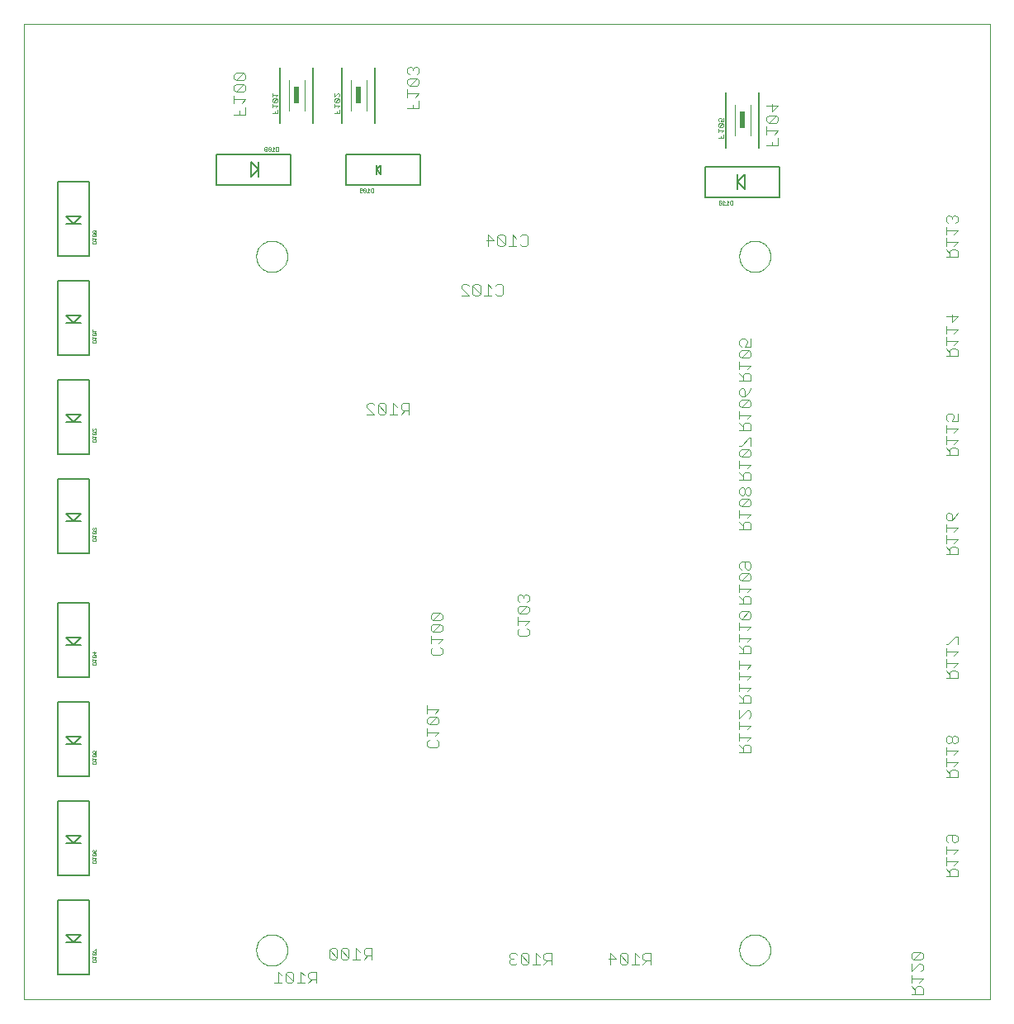
<source format=gbo>
G75*
G70*
%OFA0B0*%
%FSLAX24Y24*%
%IPPOS*%
%LPD*%
%AMOC8*
5,1,8,0,0,1.08239X$1,22.5*
%
%ADD10C,0.0000*%
%ADD11C,0.0010*%
%ADD12C,0.0050*%
%ADD13C,0.0040*%
%ADD14R,0.0236X0.0709*%
%ADD15C,0.0020*%
%ADD16R,0.0236X0.0433*%
%ADD17C,0.0028*%
D10*
X000101Y000242D02*
X000101Y039612D01*
X039093Y039612D01*
X039093Y000242D01*
X000101Y000242D01*
X009471Y002242D02*
X009473Y002292D01*
X009479Y002342D01*
X009489Y002391D01*
X009503Y002439D01*
X009520Y002486D01*
X009541Y002531D01*
X009566Y002575D01*
X009594Y002616D01*
X009626Y002655D01*
X009660Y002692D01*
X009697Y002726D01*
X009737Y002756D01*
X009779Y002783D01*
X009823Y002807D01*
X009869Y002828D01*
X009916Y002844D01*
X009964Y002857D01*
X010014Y002866D01*
X010063Y002871D01*
X010114Y002872D01*
X010164Y002869D01*
X010213Y002862D01*
X010262Y002851D01*
X010310Y002836D01*
X010356Y002818D01*
X010401Y002796D01*
X010444Y002770D01*
X010485Y002741D01*
X010524Y002709D01*
X010560Y002674D01*
X010592Y002636D01*
X010622Y002596D01*
X010649Y002553D01*
X010672Y002509D01*
X010691Y002463D01*
X010707Y002415D01*
X010719Y002366D01*
X010727Y002317D01*
X010731Y002267D01*
X010731Y002217D01*
X010727Y002167D01*
X010719Y002118D01*
X010707Y002069D01*
X010691Y002021D01*
X010672Y001975D01*
X010649Y001931D01*
X010622Y001888D01*
X010592Y001848D01*
X010560Y001810D01*
X010524Y001775D01*
X010485Y001743D01*
X010444Y001714D01*
X010401Y001688D01*
X010356Y001666D01*
X010310Y001648D01*
X010262Y001633D01*
X010213Y001622D01*
X010164Y001615D01*
X010114Y001612D01*
X010063Y001613D01*
X010014Y001618D01*
X009964Y001627D01*
X009916Y001640D01*
X009869Y001656D01*
X009823Y001677D01*
X009779Y001701D01*
X009737Y001728D01*
X009697Y001758D01*
X009660Y001792D01*
X009626Y001829D01*
X009594Y001868D01*
X009566Y001909D01*
X009541Y001953D01*
X009520Y001998D01*
X009503Y002045D01*
X009489Y002093D01*
X009479Y002142D01*
X009473Y002192D01*
X009471Y002242D01*
X028971Y002242D02*
X028973Y002292D01*
X028979Y002342D01*
X028989Y002391D01*
X029003Y002439D01*
X029020Y002486D01*
X029041Y002531D01*
X029066Y002575D01*
X029094Y002616D01*
X029126Y002655D01*
X029160Y002692D01*
X029197Y002726D01*
X029237Y002756D01*
X029279Y002783D01*
X029323Y002807D01*
X029369Y002828D01*
X029416Y002844D01*
X029464Y002857D01*
X029514Y002866D01*
X029563Y002871D01*
X029614Y002872D01*
X029664Y002869D01*
X029713Y002862D01*
X029762Y002851D01*
X029810Y002836D01*
X029856Y002818D01*
X029901Y002796D01*
X029944Y002770D01*
X029985Y002741D01*
X030024Y002709D01*
X030060Y002674D01*
X030092Y002636D01*
X030122Y002596D01*
X030149Y002553D01*
X030172Y002509D01*
X030191Y002463D01*
X030207Y002415D01*
X030219Y002366D01*
X030227Y002317D01*
X030231Y002267D01*
X030231Y002217D01*
X030227Y002167D01*
X030219Y002118D01*
X030207Y002069D01*
X030191Y002021D01*
X030172Y001975D01*
X030149Y001931D01*
X030122Y001888D01*
X030092Y001848D01*
X030060Y001810D01*
X030024Y001775D01*
X029985Y001743D01*
X029944Y001714D01*
X029901Y001688D01*
X029856Y001666D01*
X029810Y001648D01*
X029762Y001633D01*
X029713Y001622D01*
X029664Y001615D01*
X029614Y001612D01*
X029563Y001613D01*
X029514Y001618D01*
X029464Y001627D01*
X029416Y001640D01*
X029369Y001656D01*
X029323Y001677D01*
X029279Y001701D01*
X029237Y001728D01*
X029197Y001758D01*
X029160Y001792D01*
X029126Y001829D01*
X029094Y001868D01*
X029066Y001909D01*
X029041Y001953D01*
X029020Y001998D01*
X029003Y002045D01*
X028989Y002093D01*
X028979Y002142D01*
X028973Y002192D01*
X028971Y002242D01*
X028971Y030242D02*
X028973Y030292D01*
X028979Y030342D01*
X028989Y030391D01*
X029003Y030439D01*
X029020Y030486D01*
X029041Y030531D01*
X029066Y030575D01*
X029094Y030616D01*
X029126Y030655D01*
X029160Y030692D01*
X029197Y030726D01*
X029237Y030756D01*
X029279Y030783D01*
X029323Y030807D01*
X029369Y030828D01*
X029416Y030844D01*
X029464Y030857D01*
X029514Y030866D01*
X029563Y030871D01*
X029614Y030872D01*
X029664Y030869D01*
X029713Y030862D01*
X029762Y030851D01*
X029810Y030836D01*
X029856Y030818D01*
X029901Y030796D01*
X029944Y030770D01*
X029985Y030741D01*
X030024Y030709D01*
X030060Y030674D01*
X030092Y030636D01*
X030122Y030596D01*
X030149Y030553D01*
X030172Y030509D01*
X030191Y030463D01*
X030207Y030415D01*
X030219Y030366D01*
X030227Y030317D01*
X030231Y030267D01*
X030231Y030217D01*
X030227Y030167D01*
X030219Y030118D01*
X030207Y030069D01*
X030191Y030021D01*
X030172Y029975D01*
X030149Y029931D01*
X030122Y029888D01*
X030092Y029848D01*
X030060Y029810D01*
X030024Y029775D01*
X029985Y029743D01*
X029944Y029714D01*
X029901Y029688D01*
X029856Y029666D01*
X029810Y029648D01*
X029762Y029633D01*
X029713Y029622D01*
X029664Y029615D01*
X029614Y029612D01*
X029563Y029613D01*
X029514Y029618D01*
X029464Y029627D01*
X029416Y029640D01*
X029369Y029656D01*
X029323Y029677D01*
X029279Y029701D01*
X029237Y029728D01*
X029197Y029758D01*
X029160Y029792D01*
X029126Y029829D01*
X029094Y029868D01*
X029066Y029909D01*
X029041Y029953D01*
X029020Y029998D01*
X029003Y030045D01*
X028989Y030093D01*
X028979Y030142D01*
X028973Y030192D01*
X028971Y030242D01*
X009471Y030242D02*
X009473Y030292D01*
X009479Y030342D01*
X009489Y030391D01*
X009503Y030439D01*
X009520Y030486D01*
X009541Y030531D01*
X009566Y030575D01*
X009594Y030616D01*
X009626Y030655D01*
X009660Y030692D01*
X009697Y030726D01*
X009737Y030756D01*
X009779Y030783D01*
X009823Y030807D01*
X009869Y030828D01*
X009916Y030844D01*
X009964Y030857D01*
X010014Y030866D01*
X010063Y030871D01*
X010114Y030872D01*
X010164Y030869D01*
X010213Y030862D01*
X010262Y030851D01*
X010310Y030836D01*
X010356Y030818D01*
X010401Y030796D01*
X010444Y030770D01*
X010485Y030741D01*
X010524Y030709D01*
X010560Y030674D01*
X010592Y030636D01*
X010622Y030596D01*
X010649Y030553D01*
X010672Y030509D01*
X010691Y030463D01*
X010707Y030415D01*
X010719Y030366D01*
X010727Y030317D01*
X010731Y030267D01*
X010731Y030217D01*
X010727Y030167D01*
X010719Y030118D01*
X010707Y030069D01*
X010691Y030021D01*
X010672Y029975D01*
X010649Y029931D01*
X010622Y029888D01*
X010592Y029848D01*
X010560Y029810D01*
X010524Y029775D01*
X010485Y029743D01*
X010444Y029714D01*
X010401Y029688D01*
X010356Y029666D01*
X010310Y029648D01*
X010262Y029633D01*
X010213Y029622D01*
X010164Y029615D01*
X010114Y029612D01*
X010063Y029613D01*
X010014Y029618D01*
X009964Y029627D01*
X009916Y029640D01*
X009869Y029656D01*
X009823Y029677D01*
X009779Y029701D01*
X009737Y029728D01*
X009697Y029758D01*
X009660Y029792D01*
X009626Y029829D01*
X009594Y029868D01*
X009566Y029909D01*
X009541Y029953D01*
X009520Y029998D01*
X009503Y030045D01*
X009489Y030093D01*
X009479Y030142D01*
X009473Y030192D01*
X009471Y030242D01*
D11*
X013643Y032862D02*
X013643Y032962D01*
X013668Y032987D01*
X013718Y032987D01*
X013743Y032962D01*
X013743Y032937D01*
X013718Y032912D01*
X013643Y032912D01*
X013643Y032862D02*
X013668Y032837D01*
X013718Y032837D01*
X013743Y032862D01*
X013790Y032862D02*
X013815Y032837D01*
X013865Y032837D01*
X013890Y032862D01*
X013790Y032962D01*
X013790Y032862D01*
X013790Y032962D02*
X013815Y032987D01*
X013865Y032987D01*
X013890Y032962D01*
X013890Y032862D01*
X013938Y032837D02*
X014038Y032837D01*
X013988Y032837D02*
X013988Y032987D01*
X014038Y032937D01*
X014085Y032962D02*
X014110Y032987D01*
X014185Y032987D01*
X014185Y032837D01*
X014110Y032837D01*
X014085Y032862D01*
X014085Y032962D01*
X010346Y034497D02*
X010271Y034497D01*
X010246Y034522D01*
X010246Y034622D01*
X010271Y034647D01*
X010346Y034647D01*
X010346Y034497D01*
X010198Y034497D02*
X010098Y034497D01*
X010148Y034497D02*
X010148Y034647D01*
X010198Y034597D01*
X010051Y034622D02*
X010026Y034647D01*
X009976Y034647D01*
X009951Y034622D01*
X010051Y034522D01*
X010026Y034497D01*
X009976Y034497D01*
X009951Y034522D01*
X009951Y034622D01*
X009904Y034622D02*
X009904Y034597D01*
X009879Y034572D01*
X009829Y034572D01*
X009804Y034547D01*
X009804Y034522D01*
X009829Y034497D01*
X009879Y034497D01*
X009904Y034522D01*
X009904Y034547D01*
X009879Y034572D01*
X009829Y034572D02*
X009804Y034597D01*
X009804Y034622D01*
X009829Y034647D01*
X009879Y034647D01*
X009904Y034622D01*
X010051Y034622D02*
X010051Y034522D01*
X003006Y031264D02*
X002981Y031289D01*
X002881Y031189D01*
X002856Y031214D01*
X002856Y031264D01*
X002881Y031289D01*
X002981Y031289D01*
X003006Y031264D02*
X003006Y031214D01*
X002981Y031189D01*
X002881Y031189D01*
X002881Y031142D02*
X002856Y031117D01*
X002856Y031067D01*
X002881Y031042D01*
X002981Y031142D01*
X002881Y031142D01*
X002981Y031142D02*
X003006Y031117D01*
X003006Y031067D01*
X002981Y031042D01*
X002881Y031042D01*
X002856Y030994D02*
X002856Y030894D01*
X002856Y030944D02*
X003006Y030944D01*
X002956Y030894D01*
X002981Y030847D02*
X003006Y030822D01*
X003006Y030747D01*
X002856Y030747D01*
X002856Y030822D01*
X002881Y030847D01*
X002981Y030847D01*
X002856Y027289D02*
X002856Y027189D01*
X002856Y027239D02*
X003006Y027239D01*
X002956Y027189D01*
X002981Y027142D02*
X002881Y027042D01*
X002856Y027067D01*
X002856Y027117D01*
X002881Y027142D01*
X002981Y027142D01*
X003006Y027117D01*
X003006Y027067D01*
X002981Y027042D01*
X002881Y027042D01*
X002856Y026994D02*
X002856Y026894D01*
X002856Y026944D02*
X003006Y026944D01*
X002956Y026894D01*
X002981Y026847D02*
X003006Y026822D01*
X003006Y026747D01*
X002856Y026747D01*
X002856Y026822D01*
X002881Y026847D01*
X002981Y026847D01*
X002981Y023289D02*
X003006Y023264D01*
X003006Y023214D01*
X002981Y023189D01*
X002981Y023142D02*
X002881Y023042D01*
X002856Y023067D01*
X002856Y023117D01*
X002881Y023142D01*
X002981Y023142D01*
X003006Y023117D01*
X003006Y023067D01*
X002981Y023042D01*
X002881Y023042D01*
X002856Y022994D02*
X002856Y022894D01*
X002856Y022944D02*
X003006Y022944D01*
X002956Y022894D01*
X002981Y022847D02*
X003006Y022822D01*
X003006Y022747D01*
X002856Y022747D01*
X002856Y022822D01*
X002881Y022847D01*
X002981Y022847D01*
X002856Y023189D02*
X002956Y023289D01*
X002981Y023289D01*
X002856Y023289D02*
X002856Y023189D01*
X002881Y019289D02*
X002856Y019264D01*
X002856Y019214D01*
X002881Y019189D01*
X002881Y019142D02*
X002856Y019117D01*
X002856Y019067D01*
X002881Y019042D01*
X002981Y019142D01*
X002881Y019142D01*
X002981Y019142D02*
X003006Y019117D01*
X003006Y019067D01*
X002981Y019042D01*
X002881Y019042D01*
X002856Y018994D02*
X002856Y018894D01*
X002856Y018944D02*
X003006Y018944D01*
X002956Y018894D01*
X002981Y018847D02*
X003006Y018822D01*
X003006Y018747D01*
X002856Y018747D01*
X002856Y018822D01*
X002881Y018847D01*
X002981Y018847D01*
X002981Y019189D02*
X003006Y019214D01*
X003006Y019264D01*
X002981Y019289D01*
X002956Y019289D01*
X002931Y019264D01*
X002906Y019289D01*
X002881Y019289D01*
X002931Y019264D02*
X002931Y019239D01*
X002931Y014289D02*
X002931Y014189D01*
X003006Y014264D01*
X002856Y014264D01*
X002881Y014142D02*
X002856Y014117D01*
X002856Y014067D01*
X002881Y014042D01*
X002981Y014142D01*
X002881Y014142D01*
X002981Y014142D02*
X003006Y014117D01*
X003006Y014067D01*
X002981Y014042D01*
X002881Y014042D01*
X002856Y013994D02*
X002856Y013894D01*
X002856Y013944D02*
X003006Y013944D01*
X002956Y013894D01*
X002981Y013847D02*
X003006Y013822D01*
X003006Y013747D01*
X002856Y013747D01*
X002856Y013822D01*
X002881Y013847D01*
X002981Y013847D01*
X003006Y010289D02*
X003006Y010189D01*
X002931Y010189D01*
X002956Y010239D01*
X002956Y010264D01*
X002931Y010289D01*
X002881Y010289D01*
X002856Y010264D01*
X002856Y010214D01*
X002881Y010189D01*
X002881Y010142D02*
X002856Y010117D01*
X002856Y010067D01*
X002881Y010042D01*
X002981Y010142D01*
X002881Y010142D01*
X002981Y010142D02*
X003006Y010117D01*
X003006Y010067D01*
X002981Y010042D01*
X002881Y010042D01*
X002856Y009994D02*
X002856Y009894D01*
X002856Y009944D02*
X003006Y009944D01*
X002956Y009894D01*
X002981Y009847D02*
X003006Y009822D01*
X003006Y009747D01*
X002856Y009747D01*
X002856Y009822D01*
X002881Y009847D01*
X002981Y009847D01*
X003006Y006289D02*
X002981Y006239D01*
X002931Y006189D01*
X002931Y006264D01*
X002906Y006289D01*
X002881Y006289D01*
X002856Y006264D01*
X002856Y006214D01*
X002881Y006189D01*
X002931Y006189D01*
X002981Y006142D02*
X002881Y006042D01*
X002856Y006067D01*
X002856Y006117D01*
X002881Y006142D01*
X002981Y006142D01*
X003006Y006117D01*
X003006Y006067D01*
X002981Y006042D01*
X002881Y006042D01*
X002856Y005994D02*
X002856Y005894D01*
X002856Y005944D02*
X003006Y005944D01*
X002956Y005894D01*
X002981Y005847D02*
X003006Y005822D01*
X003006Y005747D01*
X002856Y005747D01*
X002856Y005822D01*
X002881Y005847D01*
X002981Y005847D01*
X002981Y002289D02*
X002881Y002189D01*
X002856Y002189D01*
X002881Y002142D02*
X002856Y002117D01*
X002856Y002067D01*
X002881Y002042D01*
X002981Y002142D01*
X002881Y002142D01*
X002981Y002142D02*
X003006Y002117D01*
X003006Y002067D01*
X002981Y002042D01*
X002881Y002042D01*
X002856Y001994D02*
X002856Y001894D01*
X002856Y001944D02*
X003006Y001944D01*
X002956Y001894D01*
X002981Y001847D02*
X003006Y001822D01*
X003006Y001747D01*
X002856Y001747D01*
X002856Y001822D01*
X002881Y001847D01*
X002981Y001847D01*
X003006Y002189D02*
X003006Y002289D01*
X002981Y002289D01*
X028168Y032337D02*
X028218Y032337D01*
X028243Y032362D01*
X028143Y032462D01*
X028143Y032362D01*
X028168Y032337D01*
X028243Y032362D02*
X028243Y032462D01*
X028218Y032487D01*
X028168Y032487D01*
X028143Y032462D01*
X028290Y032337D02*
X028390Y032337D01*
X028438Y032337D02*
X028538Y032337D01*
X028488Y032337D02*
X028488Y032487D01*
X028538Y032437D01*
X028585Y032462D02*
X028610Y032487D01*
X028685Y032487D01*
X028685Y032337D01*
X028610Y032337D01*
X028585Y032362D01*
X028585Y032462D01*
X028390Y032437D02*
X028340Y032487D01*
X028340Y032337D01*
D12*
X028901Y032942D02*
X028901Y033242D01*
X028901Y033542D01*
X029201Y033542D02*
X028901Y033242D01*
X029201Y032942D01*
X029201Y033542D01*
X029775Y034639D02*
X029775Y036844D01*
X028427Y036844D02*
X028427Y034639D01*
X027609Y033872D02*
X027609Y033693D01*
X027609Y032612D01*
X030603Y032612D01*
X030603Y032693D01*
X030603Y033872D01*
X027609Y033872D01*
X027609Y033791D02*
X027609Y033693D01*
X030603Y032716D02*
X030603Y032693D01*
X016103Y033112D02*
X016103Y033193D01*
X016103Y034372D01*
X013109Y034372D01*
X013109Y034193D01*
X013109Y033112D01*
X016103Y033112D01*
X016103Y033193D02*
X016103Y033216D01*
X014476Y033567D02*
X014326Y033742D01*
X014476Y033917D01*
X014476Y033567D01*
X014326Y033567D02*
X014326Y033917D01*
X013109Y034193D02*
X013109Y034291D01*
X012927Y035639D02*
X012927Y037844D01*
X011775Y037844D02*
X011775Y035639D01*
X010843Y034372D02*
X007848Y034372D01*
X007848Y034291D01*
X007848Y033112D01*
X010843Y033112D01*
X010843Y033291D01*
X010843Y034372D01*
X010843Y033291D02*
X010843Y033193D01*
X009551Y033442D02*
X009551Y033742D01*
X009551Y034042D01*
X009551Y033742D02*
X009251Y034042D01*
X009251Y033442D01*
X009551Y033742D01*
X007848Y034268D02*
X007848Y034291D01*
X010427Y035639D02*
X010427Y037844D01*
X014275Y037844D02*
X014275Y035639D01*
X002731Y033244D02*
X002731Y030250D01*
X001650Y030250D01*
X001471Y030250D01*
X001471Y033244D01*
X002650Y033244D01*
X002627Y033244D01*
X002650Y033244D02*
X002731Y033244D01*
X002401Y031842D02*
X001801Y031842D01*
X002101Y031542D01*
X001801Y031542D01*
X002101Y031542D02*
X002401Y031542D01*
X002101Y031542D02*
X002401Y031842D01*
X001650Y030250D02*
X001552Y030250D01*
X001471Y029244D02*
X001471Y026250D01*
X001650Y026250D01*
X002731Y026250D01*
X002731Y029244D01*
X002650Y029244D01*
X001471Y029244D01*
X002627Y029244D02*
X002650Y029244D01*
X002401Y027842D02*
X001801Y027842D01*
X002101Y027542D01*
X001801Y027542D01*
X002101Y027542D02*
X002401Y027542D01*
X002101Y027542D02*
X002401Y027842D01*
X001650Y026250D02*
X001552Y026250D01*
X001471Y025244D02*
X001471Y022250D01*
X001650Y022250D01*
X002731Y022250D01*
X002731Y025244D01*
X002650Y025244D01*
X001471Y025244D01*
X002627Y025244D02*
X002650Y025244D01*
X002401Y023842D02*
X001801Y023842D01*
X002101Y023542D01*
X001801Y023542D01*
X002101Y023542D02*
X002401Y023542D01*
X002101Y023542D02*
X002401Y023842D01*
X001650Y022250D02*
X001552Y022250D01*
X001471Y021244D02*
X001471Y018250D01*
X001650Y018250D01*
X002731Y018250D01*
X002731Y021244D01*
X002650Y021244D01*
X001471Y021244D01*
X002627Y021244D02*
X002650Y021244D01*
X002401Y019842D02*
X001801Y019842D01*
X002101Y019542D01*
X001801Y019542D01*
X002101Y019542D02*
X002401Y019542D01*
X002101Y019542D02*
X002401Y019842D01*
X001650Y018250D02*
X001552Y018250D01*
X001471Y016244D02*
X001471Y013250D01*
X001650Y013250D01*
X002731Y013250D01*
X002731Y016244D01*
X002650Y016244D01*
X001471Y016244D01*
X002627Y016244D02*
X002650Y016244D01*
X002401Y014842D02*
X001801Y014842D01*
X002101Y014542D01*
X001801Y014542D01*
X002101Y014542D02*
X002401Y014542D01*
X002101Y014542D02*
X002401Y014842D01*
X001650Y013250D02*
X001552Y013250D01*
X001471Y012244D02*
X001471Y009250D01*
X001650Y009250D01*
X002731Y009250D01*
X002731Y012244D01*
X002650Y012244D01*
X001471Y012244D01*
X002627Y012244D02*
X002650Y012244D01*
X002401Y010842D02*
X001801Y010842D01*
X002101Y010542D01*
X001801Y010542D01*
X002101Y010542D02*
X002401Y010542D01*
X002101Y010542D02*
X002401Y010842D01*
X001650Y009250D02*
X001552Y009250D01*
X001471Y008244D02*
X001471Y005250D01*
X001650Y005250D01*
X002731Y005250D01*
X002731Y008244D01*
X002650Y008244D01*
X001471Y008244D01*
X002627Y008244D02*
X002650Y008244D01*
X002401Y006842D02*
X001801Y006842D01*
X002101Y006542D01*
X001801Y006542D01*
X002101Y006542D02*
X002401Y006542D01*
X002101Y006542D02*
X002401Y006842D01*
X001650Y005250D02*
X001552Y005250D01*
X001471Y004244D02*
X001471Y001250D01*
X001650Y001250D01*
X002731Y001250D01*
X002731Y004244D01*
X002650Y004244D01*
X001471Y004244D01*
X002627Y004244D02*
X002650Y004244D01*
X002401Y002842D02*
X001801Y002842D01*
X002101Y002542D01*
X001801Y002542D01*
X002101Y002542D02*
X002401Y002542D01*
X002101Y002542D02*
X002401Y002842D01*
X001650Y001250D02*
X001552Y001250D01*
D13*
X010193Y000912D02*
X010500Y000912D01*
X010346Y000912D02*
X010346Y001372D01*
X010500Y001219D01*
X010653Y001296D02*
X010960Y000989D01*
X010883Y000912D01*
X010730Y000912D01*
X010653Y000989D01*
X010653Y001296D01*
X010730Y001372D01*
X010883Y001372D01*
X010960Y001296D01*
X010960Y000989D01*
X011114Y000912D02*
X011420Y000912D01*
X011267Y000912D02*
X011267Y001372D01*
X011420Y001219D01*
X011574Y001296D02*
X011574Y001142D01*
X011651Y001065D01*
X011881Y001065D01*
X011881Y000912D02*
X011881Y001372D01*
X011651Y001372D01*
X011574Y001296D01*
X011727Y001065D02*
X011574Y000912D01*
X012511Y001862D02*
X012665Y001862D01*
X012741Y001939D01*
X012434Y002246D01*
X012434Y001939D01*
X012511Y001862D01*
X012741Y001939D02*
X012741Y002246D01*
X012665Y002322D01*
X012511Y002322D01*
X012434Y002246D01*
X012895Y002246D02*
X012895Y001939D01*
X012971Y001862D01*
X013125Y001862D01*
X013202Y001939D01*
X012895Y002246D01*
X012971Y002322D01*
X013125Y002322D01*
X013202Y002246D01*
X013202Y001939D01*
X013355Y001862D02*
X013662Y001862D01*
X013815Y001862D02*
X013969Y002015D01*
X013892Y002015D02*
X014122Y002015D01*
X014122Y001862D02*
X014122Y002322D01*
X013892Y002322D01*
X013815Y002246D01*
X013815Y002092D01*
X013892Y002015D01*
X013662Y002169D02*
X013509Y002322D01*
X013509Y001862D01*
X019693Y001815D02*
X019693Y001739D01*
X019770Y001662D01*
X019923Y001662D01*
X020000Y001739D01*
X020153Y001739D02*
X020230Y001662D01*
X020383Y001662D01*
X020460Y001739D01*
X020153Y002046D01*
X020153Y001739D01*
X020153Y002046D02*
X020230Y002122D01*
X020383Y002122D01*
X020460Y002046D01*
X020460Y001739D01*
X020614Y001662D02*
X020920Y001662D01*
X020767Y001662D02*
X020767Y002122D01*
X020920Y001969D01*
X021074Y002046D02*
X021074Y001892D01*
X021151Y001815D01*
X021381Y001815D01*
X021381Y001662D02*
X021381Y002122D01*
X021151Y002122D01*
X021074Y002046D01*
X021227Y001815D02*
X021074Y001662D01*
X020000Y002046D02*
X019923Y002122D01*
X019770Y002122D01*
X019693Y002046D01*
X019693Y001969D01*
X019770Y001892D01*
X019693Y001815D01*
X019770Y001892D02*
X019846Y001892D01*
X023693Y001892D02*
X024000Y001892D01*
X023770Y002122D01*
X023770Y001662D01*
X024153Y001739D02*
X024153Y002046D01*
X024460Y001739D01*
X024383Y001662D01*
X024230Y001662D01*
X024153Y001739D01*
X024153Y002046D02*
X024230Y002122D01*
X024383Y002122D01*
X024460Y002046D01*
X024460Y001739D01*
X024614Y001662D02*
X024920Y001662D01*
X024767Y001662D02*
X024767Y002122D01*
X024920Y001969D01*
X025074Y002046D02*
X025074Y001892D01*
X025151Y001815D01*
X025381Y001815D01*
X025381Y001662D02*
X025381Y002122D01*
X025151Y002122D01*
X025074Y002046D01*
X025227Y001815D02*
X025074Y001662D01*
X028971Y010220D02*
X029431Y010220D01*
X029431Y010451D01*
X029354Y010527D01*
X029201Y010527D01*
X029124Y010451D01*
X029124Y010220D01*
X029124Y010374D02*
X028971Y010527D01*
X028971Y010681D02*
X028971Y010988D01*
X028971Y011141D02*
X028971Y011448D01*
X028971Y011601D02*
X029278Y011908D01*
X029354Y011908D01*
X029431Y011832D01*
X029431Y011678D01*
X029354Y011601D01*
X029431Y011294D02*
X028971Y011294D01*
X028971Y011601D02*
X028971Y011908D01*
X028971Y012220D02*
X029431Y012220D01*
X029431Y012451D01*
X029354Y012527D01*
X029201Y012527D01*
X029124Y012451D01*
X029124Y012220D01*
X029124Y012374D02*
X028971Y012527D01*
X028971Y012681D02*
X028971Y012988D01*
X028971Y013141D02*
X028971Y013448D01*
X028971Y013601D02*
X028971Y013908D01*
X028971Y013755D02*
X029431Y013755D01*
X029278Y013601D01*
X029431Y013294D02*
X028971Y013294D01*
X029278Y013141D02*
X029431Y013294D01*
X029431Y012834D02*
X028971Y012834D01*
X029278Y012681D02*
X029431Y012834D01*
X029431Y014220D02*
X028971Y014220D01*
X029124Y014220D02*
X029124Y014451D01*
X029201Y014527D01*
X029354Y014527D01*
X029431Y014451D01*
X029431Y014220D01*
X029124Y014374D02*
X028971Y014527D01*
X028971Y014681D02*
X028971Y014988D01*
X028971Y015141D02*
X028971Y015448D01*
X028971Y015294D02*
X029431Y015294D01*
X029278Y015141D01*
X029431Y014834D02*
X028971Y014834D01*
X029278Y014681D02*
X029431Y014834D01*
X029354Y015601D02*
X029431Y015678D01*
X029431Y015832D01*
X029354Y015908D01*
X029047Y015601D01*
X028971Y015678D01*
X028971Y015832D01*
X029047Y015908D01*
X029354Y015908D01*
X029354Y015601D02*
X029047Y015601D01*
X028971Y016220D02*
X029431Y016220D01*
X029431Y016451D01*
X029354Y016527D01*
X029201Y016527D01*
X029124Y016451D01*
X029124Y016220D01*
X029124Y016374D02*
X028971Y016527D01*
X028971Y016681D02*
X028971Y016988D01*
X028971Y016834D02*
X029431Y016834D01*
X029278Y016681D01*
X029354Y017141D02*
X029431Y017218D01*
X029431Y017371D01*
X029354Y017448D01*
X029047Y017141D01*
X028971Y017218D01*
X028971Y017371D01*
X029047Y017448D01*
X029354Y017448D01*
X029354Y017601D02*
X029278Y017601D01*
X029201Y017678D01*
X029201Y017908D01*
X029354Y017908D02*
X029431Y017832D01*
X029431Y017678D01*
X029354Y017601D01*
X029047Y017601D02*
X028971Y017678D01*
X028971Y017832D01*
X029047Y017908D01*
X029354Y017908D01*
X029354Y017141D02*
X029047Y017141D01*
X028971Y019220D02*
X029431Y019220D01*
X029431Y019451D01*
X029354Y019527D01*
X029201Y019527D01*
X029124Y019451D01*
X029124Y019220D01*
X029124Y019374D02*
X028971Y019527D01*
X028971Y019681D02*
X028971Y019988D01*
X028971Y019834D02*
X029431Y019834D01*
X029278Y019681D01*
X029354Y020141D02*
X029431Y020218D01*
X029431Y020371D01*
X029354Y020448D01*
X029047Y020141D01*
X028971Y020218D01*
X028971Y020371D01*
X029047Y020448D01*
X029354Y020448D01*
X029354Y020601D02*
X029278Y020601D01*
X029201Y020678D01*
X029201Y020832D01*
X029124Y020908D01*
X029047Y020908D01*
X028971Y020832D01*
X028971Y020678D01*
X029047Y020601D01*
X029124Y020601D01*
X029201Y020678D01*
X029201Y020832D02*
X029278Y020908D01*
X029354Y020908D01*
X029431Y020832D01*
X029431Y020678D01*
X029354Y020601D01*
X029354Y020141D02*
X029047Y020141D01*
X028971Y021220D02*
X029431Y021220D01*
X029431Y021451D01*
X029354Y021527D01*
X029201Y021527D01*
X029124Y021451D01*
X029124Y021220D01*
X029124Y021374D02*
X028971Y021527D01*
X028971Y021681D02*
X028971Y021988D01*
X028971Y021834D02*
X029431Y021834D01*
X029278Y021681D01*
X029354Y022141D02*
X029431Y022218D01*
X029431Y022371D01*
X029354Y022448D01*
X029047Y022141D01*
X028971Y022218D01*
X028971Y022371D01*
X029047Y022448D01*
X029354Y022448D01*
X029431Y022601D02*
X029431Y022908D01*
X029354Y022908D01*
X029047Y022601D01*
X028971Y022601D01*
X029047Y022141D02*
X029354Y022141D01*
X029431Y023220D02*
X028971Y023220D01*
X029124Y023220D02*
X029124Y023451D01*
X029201Y023527D01*
X029354Y023527D01*
X029431Y023451D01*
X029431Y023220D01*
X029124Y023374D02*
X028971Y023527D01*
X028971Y023681D02*
X028971Y023988D01*
X028971Y023834D02*
X029431Y023834D01*
X029278Y023681D01*
X029354Y024141D02*
X029431Y024218D01*
X029431Y024371D01*
X029354Y024448D01*
X029047Y024141D01*
X028971Y024218D01*
X028971Y024371D01*
X029047Y024448D01*
X029354Y024448D01*
X029201Y024601D02*
X029201Y024832D01*
X029124Y024908D01*
X029047Y024908D01*
X028971Y024832D01*
X028971Y024678D01*
X029047Y024601D01*
X029201Y024601D01*
X029354Y024755D01*
X029431Y024908D01*
X029431Y025220D02*
X029431Y025451D01*
X029354Y025527D01*
X029201Y025527D01*
X029124Y025451D01*
X029124Y025220D01*
X028971Y025220D02*
X029431Y025220D01*
X029124Y025374D02*
X028971Y025527D01*
X028971Y025681D02*
X028971Y025988D01*
X028971Y025834D02*
X029431Y025834D01*
X029278Y025681D01*
X029354Y026141D02*
X029431Y026218D01*
X029431Y026371D01*
X029354Y026448D01*
X029047Y026141D01*
X028971Y026218D01*
X028971Y026371D01*
X029047Y026448D01*
X029354Y026448D01*
X029431Y026601D02*
X029201Y026601D01*
X029278Y026755D01*
X029278Y026832D01*
X029201Y026908D01*
X029047Y026908D01*
X028971Y026832D01*
X028971Y026678D01*
X029047Y026601D01*
X029431Y026601D02*
X029431Y026908D01*
X029354Y026141D02*
X029047Y026141D01*
X029047Y024141D02*
X029354Y024141D01*
X037321Y023823D02*
X037321Y023670D01*
X037397Y023593D01*
X037551Y023593D02*
X037628Y023746D01*
X037628Y023823D01*
X037551Y023900D01*
X037397Y023900D01*
X037321Y023823D01*
X037551Y023593D02*
X037781Y023593D01*
X037781Y023900D01*
X037781Y023286D02*
X037321Y023286D01*
X037321Y023133D02*
X037321Y023439D01*
X037628Y023133D02*
X037781Y023286D01*
X037781Y022826D02*
X037321Y022826D01*
X037321Y022979D02*
X037321Y022672D01*
X037321Y022519D02*
X037474Y022365D01*
X037474Y022442D02*
X037474Y022212D01*
X037321Y022212D02*
X037781Y022212D01*
X037781Y022442D01*
X037704Y022519D01*
X037551Y022519D01*
X037474Y022442D01*
X037628Y022672D02*
X037781Y022826D01*
X037781Y019900D02*
X037704Y019746D01*
X037551Y019593D01*
X037551Y019823D01*
X037474Y019900D01*
X037397Y019900D01*
X037321Y019823D01*
X037321Y019670D01*
X037397Y019593D01*
X037551Y019593D01*
X037321Y019439D02*
X037321Y019133D01*
X037321Y019286D02*
X037781Y019286D01*
X037628Y019133D01*
X037781Y018826D02*
X037321Y018826D01*
X037321Y018979D02*
X037321Y018672D01*
X037321Y018519D02*
X037474Y018365D01*
X037474Y018442D02*
X037474Y018212D01*
X037321Y018212D02*
X037781Y018212D01*
X037781Y018442D01*
X037704Y018519D01*
X037551Y018519D01*
X037474Y018442D01*
X037628Y018672D02*
X037781Y018826D01*
X037781Y014900D02*
X037704Y014900D01*
X037397Y014593D01*
X037321Y014593D01*
X037321Y014439D02*
X037321Y014133D01*
X037321Y014286D02*
X037781Y014286D01*
X037628Y014133D01*
X037781Y013826D02*
X037321Y013826D01*
X037321Y013979D02*
X037321Y013672D01*
X037321Y013519D02*
X037474Y013365D01*
X037474Y013442D02*
X037474Y013212D01*
X037321Y013212D02*
X037781Y013212D01*
X037781Y013442D01*
X037704Y013519D01*
X037551Y013519D01*
X037474Y013442D01*
X037628Y013672D02*
X037781Y013826D01*
X037781Y014593D02*
X037781Y014900D01*
X037704Y010900D02*
X037628Y010900D01*
X037551Y010823D01*
X037551Y010670D01*
X037628Y010593D01*
X037704Y010593D01*
X037781Y010670D01*
X037781Y010823D01*
X037704Y010900D01*
X037551Y010823D02*
X037474Y010900D01*
X037397Y010900D01*
X037321Y010823D01*
X037321Y010670D01*
X037397Y010593D01*
X037474Y010593D01*
X037551Y010670D01*
X037321Y010439D02*
X037321Y010133D01*
X037321Y010286D02*
X037781Y010286D01*
X037628Y010133D01*
X037781Y009826D02*
X037321Y009826D01*
X037321Y009979D02*
X037321Y009672D01*
X037321Y009519D02*
X037474Y009365D01*
X037474Y009442D02*
X037474Y009212D01*
X037321Y009212D02*
X037781Y009212D01*
X037781Y009442D01*
X037704Y009519D01*
X037551Y009519D01*
X037474Y009442D01*
X037628Y009672D02*
X037781Y009826D01*
X037704Y006900D02*
X037397Y006900D01*
X037321Y006823D01*
X037321Y006670D01*
X037397Y006593D01*
X037321Y006439D02*
X037321Y006133D01*
X037321Y006286D02*
X037781Y006286D01*
X037628Y006133D01*
X037781Y005826D02*
X037321Y005826D01*
X037321Y005979D02*
X037321Y005672D01*
X037321Y005519D02*
X037474Y005365D01*
X037474Y005442D02*
X037474Y005212D01*
X037321Y005212D02*
X037781Y005212D01*
X037781Y005442D01*
X037704Y005519D01*
X037551Y005519D01*
X037474Y005442D01*
X037628Y005672D02*
X037781Y005826D01*
X037704Y006593D02*
X037628Y006593D01*
X037551Y006670D01*
X037551Y006900D01*
X037704Y006900D02*
X037781Y006823D01*
X037781Y006670D01*
X037704Y006593D01*
X036304Y002158D02*
X035997Y002158D01*
X035921Y002082D01*
X035921Y001928D01*
X035997Y001851D01*
X036304Y002158D01*
X036381Y002082D01*
X036381Y001928D01*
X036304Y001851D01*
X035997Y001851D01*
X035921Y001698D02*
X035921Y001391D01*
X036228Y001698D01*
X036304Y001698D01*
X036381Y001621D01*
X036381Y001468D01*
X036304Y001391D01*
X036381Y001084D02*
X035921Y001084D01*
X035921Y000931D02*
X035921Y001238D01*
X036228Y000931D02*
X036381Y001084D01*
X036304Y000777D02*
X036151Y000777D01*
X036074Y000701D01*
X036074Y000470D01*
X035921Y000470D02*
X036381Y000470D01*
X036381Y000701D01*
X036304Y000777D01*
X036074Y000624D02*
X035921Y000777D01*
X029278Y010681D02*
X029431Y010834D01*
X028971Y010834D01*
X029278Y011141D02*
X029431Y011294D01*
X020481Y014989D02*
X020404Y014912D01*
X020097Y014912D01*
X020021Y014989D01*
X020021Y015142D01*
X020097Y015219D01*
X020021Y015372D02*
X020021Y015679D01*
X020021Y015526D02*
X020481Y015526D01*
X020328Y015372D01*
X020404Y015219D02*
X020481Y015142D01*
X020481Y014989D01*
X020404Y015833D02*
X020097Y015833D01*
X020404Y016139D01*
X020097Y016139D01*
X020021Y016063D01*
X020021Y015909D01*
X020097Y015833D01*
X020404Y015833D02*
X020481Y015909D01*
X020481Y016063D01*
X020404Y016139D01*
X020404Y016293D02*
X020481Y016370D01*
X020481Y016523D01*
X020404Y016600D01*
X020328Y016600D01*
X020251Y016523D01*
X020174Y016600D01*
X020097Y016600D01*
X020021Y016523D01*
X020021Y016370D01*
X020097Y016293D01*
X020251Y016446D02*
X020251Y016523D01*
X016981Y015773D02*
X016904Y015850D01*
X016597Y015543D01*
X016521Y015620D01*
X016521Y015773D01*
X016597Y015850D01*
X016904Y015850D01*
X016981Y015773D02*
X016981Y015620D01*
X016904Y015543D01*
X016597Y015543D01*
X016597Y015389D02*
X016521Y015313D01*
X016521Y015159D01*
X016597Y015083D01*
X016904Y015389D01*
X016597Y015389D01*
X016597Y015083D02*
X016904Y015083D01*
X016981Y015159D01*
X016981Y015313D01*
X016904Y015389D01*
X016521Y014929D02*
X016521Y014622D01*
X016521Y014776D02*
X016981Y014776D01*
X016828Y014622D01*
X016904Y014469D02*
X016981Y014392D01*
X016981Y014239D01*
X016904Y014162D01*
X016597Y014162D01*
X016521Y014239D01*
X016521Y014392D01*
X016597Y014469D01*
X016371Y012108D02*
X016371Y011801D01*
X016371Y011955D02*
X016831Y011955D01*
X016678Y011801D01*
X016754Y011648D02*
X016447Y011341D01*
X016371Y011418D01*
X016371Y011571D01*
X016447Y011648D01*
X016754Y011648D01*
X016831Y011571D01*
X016831Y011418D01*
X016754Y011341D01*
X016447Y011341D01*
X016371Y011188D02*
X016371Y010881D01*
X016371Y011034D02*
X016831Y011034D01*
X016678Y010881D01*
X016754Y010727D02*
X016831Y010651D01*
X016831Y010497D01*
X016754Y010420D01*
X016447Y010420D01*
X016371Y010497D01*
X016371Y010651D01*
X016447Y010727D01*
X015622Y023862D02*
X015622Y024322D01*
X015392Y024322D01*
X015315Y024246D01*
X015315Y024092D01*
X015392Y024015D01*
X015622Y024015D01*
X015469Y024015D02*
X015315Y023862D01*
X015162Y023862D02*
X014855Y023862D01*
X015009Y023862D02*
X015009Y024322D01*
X015162Y024169D01*
X014702Y024246D02*
X014625Y024322D01*
X014471Y024322D01*
X014395Y024246D01*
X014702Y023939D01*
X014625Y023862D01*
X014471Y023862D01*
X014395Y023939D01*
X014395Y024246D01*
X014241Y024246D02*
X014165Y024322D01*
X014011Y024322D01*
X013934Y024246D01*
X013934Y024169D01*
X014241Y023862D01*
X013934Y023862D01*
X014702Y023939D02*
X014702Y024246D01*
X017743Y028662D02*
X018050Y028662D01*
X017743Y028969D01*
X017743Y029046D01*
X017820Y029122D01*
X017973Y029122D01*
X018050Y029046D01*
X018203Y029046D02*
X018510Y028739D01*
X018433Y028662D01*
X018280Y028662D01*
X018203Y028739D01*
X018203Y029046D01*
X018280Y029122D01*
X018433Y029122D01*
X018510Y029046D01*
X018510Y028739D01*
X018664Y028662D02*
X018970Y028662D01*
X018817Y028662D02*
X018817Y029122D01*
X018970Y028969D01*
X019124Y029046D02*
X019201Y029122D01*
X019354Y029122D01*
X019431Y029046D01*
X019431Y028739D01*
X019354Y028662D01*
X019201Y028662D01*
X019124Y028739D01*
X019280Y030662D02*
X019433Y030662D01*
X019510Y030739D01*
X019203Y031046D01*
X019203Y030739D01*
X019280Y030662D01*
X019510Y030739D02*
X019510Y031046D01*
X019433Y031122D01*
X019280Y031122D01*
X019203Y031046D01*
X019050Y030892D02*
X018743Y030892D01*
X018820Y030662D02*
X018820Y031122D01*
X019050Y030892D01*
X019664Y030662D02*
X019970Y030662D01*
X019817Y030662D02*
X019817Y031122D01*
X019970Y030969D01*
X020124Y031046D02*
X020201Y031122D01*
X020354Y031122D01*
X020431Y031046D01*
X020431Y030739D01*
X020354Y030662D01*
X020201Y030662D01*
X020124Y030739D01*
X016031Y036212D02*
X015571Y036212D01*
X015801Y036212D02*
X015801Y036365D01*
X016031Y036212D02*
X016031Y036519D01*
X015878Y036672D02*
X016031Y036826D01*
X015571Y036826D01*
X015571Y036979D02*
X015571Y036672D01*
X015647Y037133D02*
X015954Y037439D01*
X015647Y037439D01*
X015571Y037363D01*
X015571Y037209D01*
X015647Y037133D01*
X015954Y037133D01*
X016031Y037209D01*
X016031Y037363D01*
X015954Y037439D01*
X015954Y037593D02*
X016031Y037670D01*
X016031Y037823D01*
X015954Y037900D01*
X015878Y037900D01*
X015801Y037823D01*
X015724Y037900D01*
X015647Y037900D01*
X015571Y037823D01*
X015571Y037670D01*
X015647Y037593D01*
X015801Y037746D02*
X015801Y037823D01*
X009031Y037573D02*
X009031Y037420D01*
X008954Y037343D01*
X008647Y037343D01*
X008954Y037650D01*
X008647Y037650D01*
X008571Y037573D01*
X008571Y037420D01*
X008647Y037343D01*
X008647Y037189D02*
X008571Y037113D01*
X008571Y036959D01*
X008647Y036883D01*
X008954Y037189D01*
X008647Y037189D01*
X008647Y036883D02*
X008954Y036883D01*
X009031Y036959D01*
X009031Y037113D01*
X008954Y037189D01*
X009031Y037573D02*
X008954Y037650D01*
X008571Y036729D02*
X008571Y036422D01*
X008571Y036576D02*
X009031Y036576D01*
X008878Y036422D01*
X009031Y036269D02*
X009031Y035962D01*
X008571Y035962D01*
X008801Y035962D02*
X008801Y036115D01*
X030071Y036323D02*
X030531Y036323D01*
X030301Y036093D01*
X030301Y036400D01*
X030147Y035939D02*
X030071Y035863D01*
X030071Y035709D01*
X030147Y035633D01*
X030454Y035939D01*
X030147Y035939D01*
X030147Y035633D02*
X030454Y035633D01*
X030531Y035709D01*
X030531Y035863D01*
X030454Y035939D01*
X030071Y035479D02*
X030071Y035172D01*
X030071Y035326D02*
X030531Y035326D01*
X030378Y035172D01*
X030531Y035019D02*
X030531Y034712D01*
X030071Y034712D01*
X030301Y034712D02*
X030301Y034865D01*
X037321Y031823D02*
X037321Y031670D01*
X037397Y031593D01*
X037321Y031439D02*
X037321Y031133D01*
X037321Y031286D02*
X037781Y031286D01*
X037628Y031133D01*
X037781Y030826D02*
X037321Y030826D01*
X037321Y030979D02*
X037321Y030672D01*
X037321Y030519D02*
X037474Y030365D01*
X037474Y030442D02*
X037474Y030212D01*
X037321Y030212D02*
X037781Y030212D01*
X037781Y030442D01*
X037704Y030519D01*
X037551Y030519D01*
X037474Y030442D01*
X037628Y030672D02*
X037781Y030826D01*
X037704Y031593D02*
X037781Y031670D01*
X037781Y031823D01*
X037704Y031900D01*
X037628Y031900D01*
X037551Y031823D01*
X037474Y031900D01*
X037397Y031900D01*
X037321Y031823D01*
X037551Y031823D02*
X037551Y031746D01*
X037551Y027900D02*
X037551Y027593D01*
X037781Y027823D01*
X037321Y027823D01*
X037321Y027439D02*
X037321Y027133D01*
X037321Y027286D02*
X037781Y027286D01*
X037628Y027133D01*
X037781Y026826D02*
X037321Y026826D01*
X037321Y026979D02*
X037321Y026672D01*
X037321Y026519D02*
X037474Y026365D01*
X037474Y026442D02*
X037474Y026212D01*
X037321Y026212D02*
X037781Y026212D01*
X037781Y026442D01*
X037704Y026519D01*
X037551Y026519D01*
X037474Y026442D01*
X037628Y026672D02*
X037781Y026826D01*
D14*
X029101Y035742D03*
X013601Y036742D03*
X011101Y036742D03*
D15*
X010331Y036757D02*
X010111Y036757D01*
X010111Y036684D02*
X010111Y036830D01*
X010258Y036684D02*
X010331Y036757D01*
X010294Y036609D02*
X010147Y036463D01*
X010111Y036499D01*
X010111Y036573D01*
X010147Y036609D01*
X010294Y036609D01*
X010331Y036573D01*
X010331Y036499D01*
X010294Y036463D01*
X010147Y036463D01*
X010111Y036388D02*
X010111Y036242D01*
X010111Y036315D02*
X010331Y036315D01*
X010258Y036242D01*
X010331Y036167D02*
X010331Y036021D01*
X010111Y036021D01*
X010221Y036021D02*
X010221Y036094D01*
X012611Y036021D02*
X012831Y036021D01*
X012831Y036167D01*
X012758Y036242D02*
X012831Y036315D01*
X012611Y036315D01*
X012611Y036242D02*
X012611Y036388D01*
X012647Y036463D02*
X012794Y036609D01*
X012647Y036609D01*
X012611Y036573D01*
X012611Y036499D01*
X012647Y036463D01*
X012794Y036463D01*
X012831Y036499D01*
X012831Y036573D01*
X012794Y036609D01*
X012794Y036684D02*
X012831Y036720D01*
X012831Y036794D01*
X012794Y036830D01*
X012758Y036830D01*
X012611Y036684D01*
X012611Y036830D01*
X012721Y036094D02*
X012721Y036021D01*
X028111Y035794D02*
X028111Y035720D01*
X028147Y035684D01*
X028221Y035684D02*
X028258Y035757D01*
X028258Y035794D01*
X028221Y035830D01*
X028147Y035830D01*
X028111Y035794D01*
X028221Y035684D02*
X028331Y035684D01*
X028331Y035830D01*
X028294Y035609D02*
X028147Y035463D01*
X028111Y035499D01*
X028111Y035573D01*
X028147Y035609D01*
X028294Y035609D01*
X028331Y035573D01*
X028331Y035499D01*
X028294Y035463D01*
X028147Y035463D01*
X028111Y035388D02*
X028111Y035242D01*
X028111Y035315D02*
X028331Y035315D01*
X028258Y035242D01*
X028331Y035167D02*
X028331Y035021D01*
X028111Y035021D01*
X028221Y035021D02*
X028221Y035094D01*
D16*
X029101Y035722D03*
X013601Y036722D03*
X011101Y036722D03*
D17*
X011416Y036112D02*
X011416Y037372D01*
X010786Y037372D02*
X010786Y036112D01*
X013286Y036112D02*
X013286Y037372D01*
X013916Y037372D02*
X013916Y036112D01*
X028786Y036372D02*
X028786Y035112D01*
X029416Y035112D02*
X029416Y036372D01*
M02*

</source>
